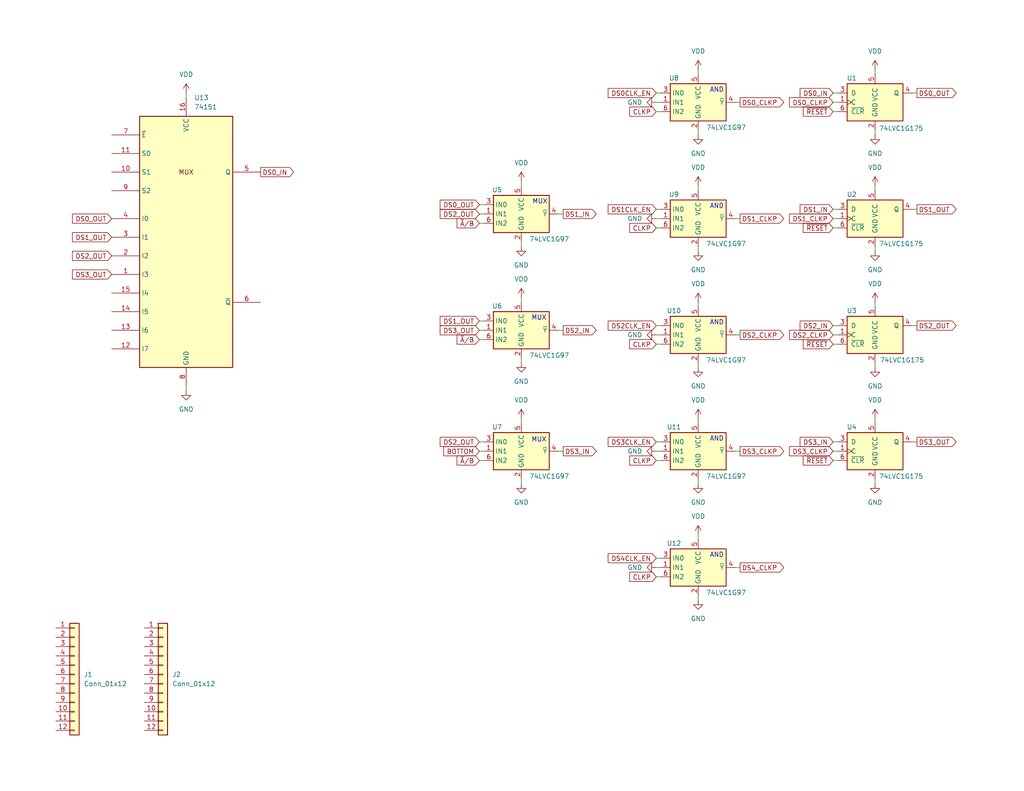
<source format=kicad_sch>
(kicad_sch (version 20231120) (generator "eeschema") (generator_version "8.0")
  (paper "USLetter")
  (lib_symbols
    (symbol "74LVC1G175_1" (pin_names (offset 1.016))
      (property "Reference" "U4" (at -6.35 6.604 0))
      (property "Value" "74LVC1G175" (at 7.112 -6.858 0))
      (symbol "74LVC1G175_1_0_1"
        (rectangle (start -7.62 5.08) (end 7.62 -5.08) (stroke (width 0.254)) (fill (type background)))
      )
      (symbol "74LVC1G175_1_1_1"
        (pin input clock (at -10.16 0 0) (length 2.54) (name "C") (number "1"))
        (pin power_in line (at 0 -7.62 90) (length 2.54) (name "GND") (number "2"))
        (pin input line (at -10.16 2.54 0) (length 2.54) (name "D") (number "3"))
        (pin output line (at 10.16 2.54 180) (length 2.54) (name "Q") (number "4"))
        (pin power_in line (at 0 7.62 270) (length 2.54) (name "VCC") (number "5"))
        (pin input line (at -10.16 -2.54 0) (length 2.54) (name "~{CLR}") (number "6"))
      )
    )
    (symbol "74LVC1G175_2" (pin_names (offset 1.016))
      (property "Reference" "U1" (at -6.35 6.604 0))
      (property "Value" "74LVC1G175" (at 7.112 -7.874 0))
      (symbol "74LVC1G175_2_0_1"
        (rectangle (start -7.62 5.08) (end 7.62 -5.08) (stroke (width 0.254)) (fill (type background)))
      )
      (symbol "74LVC1G175_2_1_1"
        (pin input clock (at -10.16 0 0) (length 2.54) (name "C") (number "1"))
        (pin power_in line (at 0 -7.62 90) (length 2.54) (name "GND") (number "2"))
        (pin input line (at -10.16 2.54 0) (length 2.54) (name "D") (number "3"))
        (pin output line (at 10.16 2.54 180) (length 2.54) (name "Q") (number "4"))
        (pin power_in line (at 0 7.62 270) (length 2.54) (name "VCC") (number "5"))
        (pin input line (at -10.16 -2.54 0) (length 2.54) (name "~{CLR}") (number "6"))
      )
    )
    (symbol "74LVC1G98_1"
      (property "Reference" "U5" (at -6.604 6.604 0))
      (property "Value" "74LVC1G97" (at 7.62 -6.858 0))
      (symbol "74LVC1G98_1_0_1"
        (rectangle (start -7.62 5.08) (end 7.62 -5.08) (stroke (width 0.254)) (fill (type background)))
      )
      (symbol "74LVC1G98_1_1_1"
        (pin input line (at -10.16 0 0) (length 2.54) (name "IN1") (number "1"))
        (pin power_in line (at 0 -7.62 90) (length 2.54) (name "GND") (number "2"))
        (pin input line (at -10.16 2.54 0) (length 2.54) (name "IN0") (number "3"))
        (pin output line (at 10.16 0 180) (length 2.54) (name "~{Y}") (number "4"))
        (pin power_in line (at 0 7.62 270) (length 2.54) (name "VCC") (number "5"))
        (pin input line (at -10.16 -2.54 0) (length 2.54) (name "IN2") (number "6"))
      )
    )
    (symbol "74xx_IEEE:74151"
      (property "Reference" "U" (at 10.16 35.56 0))
      (property "Value" "74151" (at 17.78 -40.64 0))
      (symbol "74151_0_0"
        (rectangle (start -12.7 33.02) (end 12.7 -35.56) (stroke (width 0.254)) (fill (type background)))
        (text "MUX" (at 0 17.78 0) (effects (font (size 1.27 1.27))))
        (pin power_in line (at 0 38.1 270) (length 5.08) (name "VCC") (number "16"))
        (pin power_in line (at 0 -40.64 90) (length 5.08) (name "GND") (number "8"))
      )
      (symbol "74151_1_1"
        (pin input line (at -20.32 -10.16 0) (length 7.62) (name "I3") (number "1"))
        (pin input line (at -20.32 17.78 0) (length 7.62) (name "S1") (number "10"))
        (pin input line (at -20.32 22.86 0) (length 7.62) (name "S0") (number "11"))
        (pin input line (at -20.32 -30.48 0) (length 7.62) (name "I7") (number "12"))
        (pin input line (at -20.32 -25.4 0) (length 7.62) (name "I6") (number "13"))
        (pin input line (at -20.32 -20.32 0) (length 7.62) (name "I5") (number "14"))
        (pin input line (at -20.32 -15.24 0) (length 7.62) (name "I4") (number "15"))
        (pin input line (at -20.32 -5.08 0) (length 7.62) (name "I2") (number "2"))
        (pin input line (at -20.32 0 0) (length 7.62) (name "I1") (number "3"))
        (pin input line (at -20.32 5.08 0) (length 7.62) (name "I0") (number "4"))
        (pin output line (at 20.32 17.78 180) (length 7.62) (name "Q") (number "5"))
        (pin output line (at 20.32 -17.78 180) (length 7.62) (name "~{Q}") (number "6"))
        (pin input line (at -20.32 27.94 0) (length 7.62) (name "~{E}") (number "7"))
        (pin input line (at -20.32 12.7 0) (length 7.62) (name "S2") (number "9"))
      )
    )
    (symbol "Connector_Generic:Conn_01x12" (pin_names (offset 1.016) hide)
      (property "Reference" "J" (at 0 15.24 0))
      (property "Value" "Conn_01x12" (at 0 -17.78 0))
      (symbol "Conn_01x12_1_1"
        (rectangle (start -1.27 -15.113) (end 0 -15.367) (stroke (width 0.1524)))
        (rectangle (start -1.27 -12.573) (end 0 -12.827) (stroke (width 0.1524)))
        (rectangle (start -1.27 -10.033) (end 0 -10.287) (stroke (width 0.1524)))
        (rectangle (start -1.27 -7.493) (end 0 -7.747) (stroke (width 0.1524)))
        (rectangle (start -1.27 -4.953) (end 0 -5.207) (stroke (width 0.1524)))
        (rectangle (start -1.27 -2.413) (end 0 -2.667) (stroke (width 0.1524)))
        (rectangle (start -1.27 0.127) (end 0 -0.127) (stroke (width 0.1524)))
        (rectangle (start -1.27 2.667) (end 0 2.413) (stroke (width 0.1524)))
        (rectangle (start -1.27 5.207) (end 0 4.953) (stroke (width 0.1524)))
        (rectangle (start -1.27 7.747) (end 0 7.493) (stroke (width 0.1524)))
        (rectangle (start -1.27 10.287) (end 0 10.033) (stroke (width 0.1524)))
        (rectangle (start -1.27 12.827) (end 0 12.573) (stroke (width 0.1524)))
        (rectangle (start -1.27 13.97) (end 1.27 -16.51) (stroke (width 0.254)) (fill (type background)))
        (pin passive line (at -5.08 12.7 0) (length 3.81) (name "Pin_1") (number "1"))
        (pin passive line (at -5.08 -10.16 0) (length 3.81) (name "Pin_10") (number "10"))
        (pin passive line (at -5.08 -12.7 0) (length 3.81) (name "Pin_11") (number "11"))
        (pin passive line (at -5.08 -15.24 0) (length 3.81) (name "Pin_12") (number "12"))
        (pin passive line (at -5.08 10.16 0) (length 3.81) (name "Pin_2") (number "2"))
        (pin passive line (at -5.08 7.62 0) (length 3.81) (name "Pin_3") (number "3"))
        (pin passive line (at -5.08 5.08 0) (length 3.81) (name "Pin_4") (number "4"))
        (pin passive line (at -5.08 2.54 0) (length 3.81) (name "Pin_5") (number "5"))
        (pin passive line (at -5.08 0 0) (length 3.81) (name "Pin_6") (number "6"))
        (pin passive line (at -5.08 -2.54 0) (length 3.81) (name "Pin_7") (number "7"))
        (pin passive line (at -5.08 -5.08 0) (length 3.81) (name "Pin_8") (number "8"))
        (pin passive line (at -5.08 -7.62 0) (length 3.81) (name "Pin_9") (number "9"))
      )
    )
    (symbol "power:GND" (power) (pin_names (offset 0))
      (property "Value" "GND" (at 0 -3.81 0))
      (symbol "GND_0_1"
        (polyline (pts (xy 0 0) (xy 0 -1.27) (xy 1.27 -1.27) (xy 0 -2.54) (xy -1.27 -1.27) (xy 0 -1.27)))
      )
      (symbol "GND_1_1"
        (pin power_in line (at 0 0 270) (length 0) hide (name "GND") (number "1"))
      )
    )
    (symbol "power:VDD" (power) (pin_names (offset 0))
      (property "Value" "VDD" (at 0 3.81 0))
      (symbol "VDD_0_1"
        (polyline (pts (xy -0.762 1.27) (xy 0 2.54)))
        (polyline (pts (xy 0 0) (xy 0 2.54)))
        (polyline (pts (xy 0 2.54) (xy 0.762 1.27)))
      )
      (symbol "VDD_1_1"
        (pin power_in line (at 0 0 90) (length 0) hide (name "VDD") (number "1"))
      )
    )
  )
  (wire (pts (xy 227.33 27.94) (xy 228.6 27.94)))
  (wire (pts (xy 153.67 58.42) (xy 152.4 58.42)))
  (wire (pts (xy 50.8 25.4) (xy 50.8 26.67)))
  (wire (pts (xy 179.07 57.15) (xy 180.34 57.15)))
  (wire (pts (xy 227.33 57.15) (xy 228.6 57.15)))
  (wire (pts (xy 179.07 154.94) (xy 180.34 154.94)))
  (wire (pts (xy 130.81 55.88) (xy 132.08 55.88)))
  (wire (pts (xy 201.93 27.94) (xy 200.66 27.94)))
  (wire (pts (xy 179.07 123.19) (xy 180.34 123.19)))
  (wire (pts (xy 190.5 35.56) (xy 190.5 36.83)))
  (wire (pts (xy 50.8 105.41) (xy 50.8 106.68)))
  (wire (pts (xy 190.5 146.05) (xy 190.5 147.32)))
  (wire (pts (xy 227.33 62.23) (xy 228.6 62.23)))
  (wire (pts (xy 238.76 67.31) (xy 238.76 68.58)))
  (wire (pts (xy 201.93 91.44) (xy 200.66 91.44)))
  (wire (pts (xy 227.33 91.44) (xy 228.6 91.44)))
  (wire (pts (xy 130.81 92.71) (xy 132.08 92.71)))
  (wire (pts (xy 142.24 49.53) (xy 142.24 50.8)))
  (wire (pts (xy 248.92 120.65) (xy 250.19 120.65)))
  (wire (pts (xy 227.33 125.73) (xy 228.6 125.73)))
  (wire (pts (xy 179.07 91.44) (xy 180.34 91.44)))
  (wire (pts (xy 190.5 162.56) (xy 190.5 163.83)))
  (wire (pts (xy 227.33 120.65) (xy 228.6 120.65)))
  (wire (pts (xy 227.33 88.9) (xy 228.6 88.9)))
  (wire (pts (xy 190.5 50.8) (xy 190.5 52.07)))
  (wire (pts (xy 130.81 60.96) (xy 132.08 60.96)))
  (wire (pts (xy 238.76 130.81) (xy 238.76 132.08)))
  (wire (pts (xy 179.07 30.48) (xy 180.34 30.48)))
  (wire (pts (xy 179.07 125.73) (xy 180.34 125.73)))
  (wire (pts (xy 130.81 120.65) (xy 132.08 120.65)))
  (wire (pts (xy 142.24 97.79) (xy 142.24 99.06)))
  (wire (pts (xy 130.81 90.17) (xy 132.08 90.17)))
  (wire (pts (xy 190.5 130.81) (xy 190.5 132.08)))
  (wire (pts (xy 190.5 114.3) (xy 190.5 115.57)))
  (wire (pts (xy 201.93 154.94) (xy 200.66 154.94)))
  (wire (pts (xy 227.33 30.48) (xy 228.6 30.48)))
  (wire (pts (xy 227.33 59.69) (xy 228.6 59.69)))
  (wire (pts (xy 179.07 88.9) (xy 180.34 88.9)))
  (wire (pts (xy 130.81 123.19) (xy 132.08 123.19)))
  (wire (pts (xy 153.67 123.19) (xy 152.4 123.19)))
  (wire (pts (xy 130.81 125.73) (xy 132.08 125.73)))
  (wire (pts (xy 201.93 123.19) (xy 200.66 123.19)))
  (wire (pts (xy 179.07 157.48) (xy 180.34 157.48)))
  (wire (pts (xy 142.24 66.04) (xy 142.24 67.31)))
  (wire (pts (xy 153.67 90.17) (xy 152.4 90.17)))
  (wire (pts (xy 130.81 87.63) (xy 132.08 87.63)))
  (wire (pts (xy 179.07 27.94) (xy 180.34 27.94)))
  (wire (pts (xy 179.07 152.4) (xy 180.34 152.4)))
  (wire (pts (xy 179.07 93.98) (xy 180.34 93.98)))
  (wire (pts (xy 179.07 120.65) (xy 180.34 120.65)))
  (wire (pts (xy 248.92 25.4) (xy 250.19 25.4)))
  (wire (pts (xy 142.24 130.81) (xy 142.24 132.08)))
  (wire (pts (xy 190.5 82.55) (xy 190.5 83.82)))
  (wire (pts (xy 142.24 81.28) (xy 142.24 82.55)))
  (wire (pts (xy 201.93 59.69) (xy 200.66 59.69)))
  (wire (pts (xy 179.07 59.69) (xy 180.34 59.69)))
  (wire (pts (xy 130.81 58.42) (xy 132.08 58.42)))
  (wire (pts (xy 238.76 82.55) (xy 238.76 83.82)))
  (wire (pts (xy 227.33 123.19) (xy 228.6 123.19)))
  (wire (pts (xy 238.76 50.8) (xy 238.76 52.07)))
  (wire (pts (xy 179.07 25.4) (xy 180.34 25.4)))
  (wire (pts (xy 227.33 93.98) (xy 228.6 93.98)))
  (wire (pts (xy 248.92 57.15) (xy 250.19 57.15)))
  (wire (pts (xy 227.33 25.4) (xy 228.6 25.4)))
  (wire (pts (xy 248.92 88.9) (xy 250.19 88.9)))
  (wire (pts (xy 190.5 19.05) (xy 190.5 20.32)))
  (wire (pts (xy 238.76 36.83) (xy 238.76 35.56)))
  (wire (pts (xy 190.5 67.31) (xy 190.5 68.58)))
  (wire (pts (xy 238.76 99.06) (xy 238.76 100.33)))
  (wire (pts (xy 179.07 62.23) (xy 180.34 62.23)))
  (wire (pts (xy 238.76 114.3) (xy 238.76 115.57)))
  (wire (pts (xy 238.76 19.05) (xy 238.76 20.32)))
  (wire (pts (xy 142.24 114.3) (xy 142.24 115.57)))
  (wire (pts (xy 190.5 99.06) (xy 190.5 100.33)))
  (text "MUX" (at 147.066 86.868 0) (effects (font (size 1.27 1.27))))
  (text "AND" (at 195.58 119.888 0) (effects (font (size 1.27 1.27))))
  (text "AND" (at 195.58 88.138 0) (effects (font (size 1.27 1.27))))
  (text "MUX" (at 147.32 55.118 0) (effects (font (size 1.27 1.27))))
  (text "AND" (at 195.58 56.388 0) (effects (font (size 1.27 1.27))))
  (text "MUX" (at 147.066 120.142 0) (effects (font (size 1.27 1.27))))
  (text "AND" (at 195.58 151.638 0) (effects (font (size 1.27 1.27))))
  (text "AND" (at 195.58 24.638 0) (effects (font (size 1.27 1.27))))
  (global_label "DS1_IN" (shape output) (at 153.67 58.42 0) (property "Intersheetrefs" "${INTERSHEET_REFS}" (effects (hide yes))))
  (global_label "~{RESET}" (shape input) (at 227.33 93.98 180) (property "Intersheetrefs" "${INTERSHEET_REFS}" (effects (hide yes))))
  (global_label "DS2_IN" (shape input) (at 227.33 88.9 180) (property "Intersheetrefs" "${INTERSHEET_REFS}" (effects (hide yes))))
  (global_label "DS2_CLKP" (shape input) (at 227.33 91.44 180) (property "Intersheetrefs" "${INTERSHEET_REFS}" (effects (hide yes))))
  (global_label "DS3_IN" (shape input) (at 227.33 120.65 180) (property "Intersheetrefs" "${INTERSHEET_REFS}" (effects (hide yes))))
  (global_label "DS3_OUT" (shape output) (at 250.19 120.65 0) (property "Intersheetrefs" "${INTERSHEET_REFS}" (effects (hide yes))))
  (global_label "DS2_OUT" (shape input) (at 30.48 69.85 180) (property "Intersheetrefs" "${INTERSHEET_REFS}" (effects (hide yes))))
  (global_label "DS1_CLKP" (shape input) (at 227.33 59.69 180) (property "Intersheetrefs" "${INTERSHEET_REFS}" (effects (hide yes))))
  (global_label "DS4CLK_EN" (shape input) (at 179.07 152.4 180) (property "Intersheetrefs" "${INTERSHEET_REFS}" (effects (hide yes))))
  (global_label "DS3_CLKP" (shape input) (at 227.33 123.19 180) (property "Intersheetrefs" "${INTERSHEET_REFS}" (effects (hide yes))))
  (global_label "DS2CLK_EN" (shape input) (at 179.07 88.9 180) (property "Intersheetrefs" "${INTERSHEET_REFS}" (effects (hide yes))))
  (global_label "CLKP" (shape input) (at 179.07 30.48 180) (property "Intersheetrefs" "${INTERSHEET_REFS}" (effects (hide yes))))
  (global_label "CLKP" (shape input) (at 179.07 125.73 180) (property "Intersheetrefs" "${INTERSHEET_REFS}" (effects (hide yes))))
  (global_label "DS1_IN" (shape input) (at 227.33 57.15 180) (property "Intersheetrefs" "${INTERSHEET_REFS}" (effects (hide yes))))
  (global_label "DS2_OUT" (shape input) (at 130.81 120.65 180) (property "Intersheetrefs" "${INTERSHEET_REFS}" (effects (hide yes))))
  (global_label "DS0CLK_EN" (shape input) (at 179.07 25.4 180) (property "Intersheetrefs" "${INTERSHEET_REFS}" (effects (hide yes))))
  (global_label "DS1_CLKP" (shape output) (at 201.93 59.69 0) (property "Intersheetrefs" "${INTERSHEET_REFS}" (effects (hide yes))))
  (global_label "~{A}{slash}B" (shape input) (at 130.81 60.96 180) (property "Intersheetrefs" "${INTERSHEET_REFS}" (effects (hide yes))))
  (global_label "~{RESET}" (shape input) (at 227.33 62.23 180) (property "Intersheetrefs" "${INTERSHEET_REFS}" (effects (hide yes))))
  (global_label "DS1_OUT" (shape output) (at 250.19 57.15 0) (property "Intersheetrefs" "${INTERSHEET_REFS}" (effects (hide yes))))
  (global_label "DS3_OUT" (shape input) (at 30.48 74.93 180) (property "Intersheetrefs" "${INTERSHEET_REFS}" (effects (hide yes))))
  (global_label "DS1_OUT" (shape input) (at 30.48 64.77 180) (property "Intersheetrefs" "${INTERSHEET_REFS}" (effects (hide yes))))
  (global_label "CLKP" (shape input) (at 179.07 93.98 180) (property "Intersheetrefs" "${INTERSHEET_REFS}" (effects (hide yes))))
  (global_label "DS1CLK_EN" (shape input) (at 179.07 57.15 180) (property "Intersheetrefs" "${INTERSHEET_REFS}" (effects (hide yes))))
  (global_label "BOTTOM" (shape input) (at 130.81 123.19 180) (property "Intersheetrefs" "${INTERSHEET_REFS}" (effects (hide yes))))
  (global_label "DS4_CLKP" (shape output) (at 201.93 154.94 0) (property "Intersheetrefs" "${INTERSHEET_REFS}" (effects (hide yes))))
  (global_label "DS2_CLKP" (shape output) (at 201.93 91.44 0) (property "Intersheetrefs" "${INTERSHEET_REFS}" (effects (hide yes))))
  (global_label "CLKP" (shape input) (at 179.07 157.48 180) (property "Intersheetrefs" "${INTERSHEET_REFS}" (effects (hide yes))))
  (global_label "DS2_IN" (shape output) (at 153.67 90.17 0) (property "Intersheetrefs" "${INTERSHEET_REFS}" (effects (hide yes))))
  (global_label "DS3_CLKP" (shape output) (at 201.93 123.19 0) (property "Intersheetrefs" "${INTERSHEET_REFS}" (effects (hide yes))))
  (global_label "DS0_CLKP" (shape input) (at 227.33 27.94 180) (property "Intersheetrefs" "${INTERSHEET_REFS}" (effects (hide yes))))
  (global_label "DS2_OUT" (shape input) (at 130.81 58.42 180) (property "Intersheetrefs" "${INTERSHEET_REFS}" (effects (hide yes))))
  (global_label "~{A}{slash}B" (shape input) (at 130.81 92.71 180) (property "Intersheetrefs" "${INTERSHEET_REFS}" (effects (hide yes))))
  (global_label "DS0_IN" (shape input) (at 227.33 25.4 180) (property "Intersheetrefs" "${INTERSHEET_REFS}" (effects (hide yes))))
  (global_label "DS0_CLKP" (shape output) (at 201.93 27.94 0) (property "Intersheetrefs" "${INTERSHEET_REFS}" (effects (hide yes))))
  (global_label "DS0_OUT" (shape input) (at 30.48 59.69 180) (property "Intersheetrefs" "${INTERSHEET_REFS}" (effects (hide yes))))
  (global_label "~{A}{slash}B" (shape input) (at 130.81 125.73 180) (property "Intersheetrefs" "${INTERSHEET_REFS}" (effects (hide yes))))
  (global_label "DS1_OUT" (shape input) (at 130.81 87.63 180) (property "Intersheetrefs" "${INTERSHEET_REFS}" (effects (hide yes))))
  (global_label "DS0_IN" (shape output) (at 71.12 46.99 0) (property "Intersheetrefs" "${INTERSHEET_REFS}" (effects (hide yes))))
  (global_label "DS0_OUT" (shape output) (at 250.19 25.4 0) (property "Intersheetrefs" "${INTERSHEET_REFS}" (effects (hide yes))))
  (global_label "DS2_OUT" (shape output) (at 250.19 88.9 0) (property "Intersheetrefs" "${INTERSHEET_REFS}" (effects (hide yes))))
  (global_label "~{RESET}" (shape input) (at 227.33 125.73 180) (property "Intersheetrefs" "${INTERSHEET_REFS}" (effects (hide yes))))
  (global_label "DS3CLK_EN" (shape input) (at 179.07 120.65 180) (property "Intersheetrefs" "${INTERSHEET_REFS}" (effects (hide yes))))
  (global_label "CLKP" (shape input) (at 179.07 62.23 180) (property "Intersheetrefs" "${INTERSHEET_REFS}" (effects (hide yes))))
  (global_label "~{RESET}" (shape input) (at 227.33 30.48 180) (property "Intersheetrefs" "${INTERSHEET_REFS}" (effects (hide yes))))
  (global_label "DS3_OUT" (shape input) (at 130.81 90.17 180) (property "Intersheetrefs" "${INTERSHEET_REFS}" (effects (hide yes))))
  (global_label "DS0_OUT" (shape input) (at 130.81 55.88 180) (property "Intersheetrefs" "${INTERSHEET_REFS}" (effects (hide yes))))
  (global_label "DS3_IN" (shape output) (at 153.67 123.19 0) (property "Intersheetrefs" "${INTERSHEET_REFS}" (effects (hide yes))))
  (symbol (lib_id "power:GND") (at 179.07 27.94 270) (unit 1)
    (property "Reference" "#PWR017" (effects (hide yes)))
    (property "Value" "GND" (at 175.26 27.9399 90) (effects (justify right)))
    (property "Description" "Power symbol creates a global label with name \"GND\" , ground" (effects (hide yes)))
  )
  (symbol (lib_name "74LVC1G175_2") (lib_id "74xGxx:74LVC1G175") (at 238.76 59.69 0) (unit 1)
    (property "Reference" "U2" (at 232.41 53.086 0))
    (property "Value" "74LVC1G175" (at 245.872 66.548 0))
    (property "Footprint" "Package_TO_SOT_SMD:SOT-23-6_Handsoldering" (effects (hide yes)))
    (property "Datasheet" "https://www.ti.com/lit/gpn/sn74lvc1g175" (effects (hide yes)))
    (property "Description" "Single D Flip-Flop, Asynchronous Clear, Low-Voltage CMOS" (effects (hide yes)))
  )
  (symbol (lib_id "power:GND") (at 190.5 68.58 0) (unit 1)
    (property "Reference" "#PWR020" (effects (hide yes)))
    (property "Value" "GND" (at 190.5 73.66 0))
    (property "Description" "Power symbol creates a global label with name \"GND\" , ground" (effects (hide yes)))
  )
  (symbol (lib_id "power:VDD") (at 190.5 82.55 0) (unit 1)
    (property "Reference" "#PWR022" (effects (hide yes)))
    (property "Value" "VDD" (at 190.5 77.47 0))
    (property "Description" "Power symbol creates a global label with name \"VDD\"" (effects (hide yes)))
  )
  (symbol (lib_name "74LVC1G98_1") (lib_id "74xGxx:74LVC1G98") (at 190.5 59.69 0) (unit 1)
    (property "Reference" "U9" (at 183.896 53.086 0))
    (property "Value" "74LVC1G97" (at 198.12 66.548 0))
    (property "Footprint" "Package_TO_SOT_SMD:SOT-23-6_Handsoldering" (effects (hide yes)))
    (property "Datasheet" "https://www.ti.com/lit/gpn/sn74lvc1g97" (effects (hide yes)))
    (property "Description" "Configurable Multi-Function Single Gate, Low-Voltage CMOS" (effects (hide yes)))
  )
  (symbol (lib_id "power:GND") (at 238.76 132.08 0) (unit 1)
    (property "Reference" "#PWR08" (effects (hide yes)))
    (property "Value" "GND" (at 238.76 137.16 0))
    (property "Description" "Power symbol creates a global label with name \"GND\" , ground" (effects (hide yes)))
  )
  (symbol (lib_id "74xx_IEEE:74151") (at 50.8 64.77 0) (unit 1)
    (property "Reference" "U13" (at 52.9941 26.67 0) (effects (justify left)))
    (property "Value" "74151" (at 52.9941 29.21 0) (effects (justify left)))
    (property "Footprint" "Package_SO:SOIC-16_3.9x9.9mm_P1.27mm" (effects (hide yes)))
  )
  (symbol (lib_id "power:GND") (at 238.76 36.83 0) (unit 1)
    (property "Reference" "#PWR01" (effects (hide yes)))
    (property "Value" "GND" (at 238.76 41.91 0))
    (property "Description" "Power symbol creates a global label with name \"GND\" , ground" (effects (hide yes)))
  )
  (symbol (lib_id "power:VDD") (at 190.5 19.05 0) (unit 1)
    (property "Reference" "#PWR015" (effects (hide yes)))
    (property "Value" "VDD" (at 190.5 13.97 0))
    (property "Description" "Power symbol creates a global label with name \"VDD\"" (effects (hide yes)))
  )
  (symbol (lib_name "74LVC1G98_1") (lib_id "74xGxx:74LVC1G98") (at 190.5 91.44 0) (unit 1)
    (property "Reference" "U10" (at 183.896 84.836 0))
    (property "Value" "74LVC1G97" (at 198.12 98.298 0))
    (property "Footprint" "Package_TO_SOT_SMD:SOT-23-6_Handsoldering" (effects (hide yes)))
    (property "Datasheet" "https://www.ti.com/lit/gpn/sn74lvc1g97" (effects (hide yes)))
    (property "Description" "Configurable Multi-Function Single Gate, Low-Voltage CMOS" (effects (hide yes)))
  )
  (symbol (lib_id "power:VDD") (at 142.24 81.28 0) (unit 1)
    (property "Reference" "#PWR011" (effects (hide yes)))
    (property "Value" "VDD" (at 142.24 76.2 0))
    (property "Description" "Power symbol creates a global label with name \"VDD\"" (effects (hide yes)))
  )
  (symbol (lib_id "Connector_Generic:Conn_01x12") (at 44.45 184.15 0) (unit 1)
    (property "Reference" "J2" (at 46.99 184.1499 0) (effects (justify left)))
    (property "Value" "Conn_01x12" (at 46.99 186.6899 0) (effects (justify left)))
    (property "Footprint" "Connector_PinHeader_2.54mm:PinHeader_1x12_P2.54mm_Vertical" (effects (hide yes)))
    (property "Description" "Generic connector, single row, 01x12, script generated (kicad-library-utils/schlib/autogen/connector/)" (effects (hide yes)))
  )
  (symbol (lib_name "74LVC1G98_1") (lib_id "74xGxx:74LVC1G98") (at 190.5 154.94 0) (unit 1)
    (property "Reference" "U12" (at 183.896 148.336 0))
    (property "Value" "74LVC1G97" (at 198.12 161.798 0))
    (property "Footprint" "Package_TO_SOT_SMD:SOT-23-6_Handsoldering" (effects (hide yes)))
    (property "Datasheet" "https://www.ti.com/lit/gpn/sn74lvc1g97" (effects (hide yes)))
    (property "Description" "Configurable Multi-Function Single Gate, Low-Voltage CMOS" (effects (hide yes)))
  )
  (symbol (lib_id "power:GND") (at 238.76 68.58 0) (unit 1)
    (property "Reference" "#PWR04" (effects (hide yes)))
    (property "Value" "GND" (at 238.76 73.66 0))
    (property "Description" "Power symbol creates a global label with name \"GND\" , ground" (effects (hide yes)))
  )
  (symbol (lib_id "power:VDD") (at 50.8 25.4 0) (unit 1)
    (property "Reference" "#PWR030" (effects (hide yes)))
    (property "Value" "VDD" (at 50.8 20.32 0))
    (property "Description" "Power symbol creates a global label with name \"VDD\"" (effects (hide yes)))
  )
  (symbol (lib_id "power:GND") (at 238.76 100.33 0) (unit 1)
    (property "Reference" "#PWR06" (effects (hide yes)))
    (property "Value" "GND" (at 238.76 105.41 0))
    (property "Description" "Power symbol creates a global label with name \"GND\" , ground" (effects (hide yes)))
  )
  (symbol (lib_name "74LVC1G98_1") (lib_id "74xGxx:74LVC1G98") (at 142.24 123.19 0) (unit 1)
    (property "Reference" "U7" (at 135.636 116.586 0))
    (property "Value" "74LVC1G97" (at 149.86 130.048 0))
    (property "Footprint" "Package_TO_SOT_SMD:SOT-23-6_Handsoldering" (effects (hide yes)))
    (property "Datasheet" "https://www.ti.com/lit/gpn/sn74lvc1g97" (effects (hide yes)))
    (property "Description" "Configurable Multi-Function Single Gate, Low-Voltage CMOS" (effects (hide yes)))
  )
  (symbol (lib_id "power:GND") (at 142.24 67.31 0) (unit 1)
    (property "Reference" "#PWR010" (effects (hide yes)))
    (property "Value" "GND" (at 142.24 72.39 0))
    (property "Description" "Power symbol creates a global label with name \"GND\" , ground" (effects (hide yes)))
  )
  (symbol (lib_id "power:GND") (at 190.5 163.83 0) (unit 1)
    (property "Reference" "#PWR029" (effects (hide yes)))
    (property "Value" "GND" (at 190.5 168.91 0))
    (property "Description" "Power symbol creates a global label with name \"GND\" , ground" (effects (hide yes)))
  )
  (symbol (lib_id "power:VDD") (at 142.24 114.3 0) (unit 1)
    (property "Reference" "#PWR013" (effects (hide yes)))
    (property "Value" "VDD" (at 142.24 109.22 0))
    (property "Description" "Power symbol creates a global label with name \"VDD\"" (effects (hide yes)))
  )
  (symbol (lib_id "power:GND") (at 142.24 99.06 0) (unit 1)
    (property "Reference" "#PWR012" (effects (hide yes)))
    (property "Value" "GND" (at 142.24 104.14 0))
    (property "Description" "Power symbol creates a global label with name \"GND\" , ground" (effects (hide yes)))
  )
  (symbol (lib_name "74LVC1G98_1") (lib_id "74xGxx:74LVC1G98") (at 142.24 58.42 0) (unit 1)
    (property "Reference" "U5" (at 135.636 51.816 0))
    (property "Value" "74LVC1G97" (at 149.86 65.278 0))
    (property "Footprint" "Package_TO_SOT_SMD:SOT-23-6_Handsoldering" (effects (hide yes)))
    (property "Datasheet" "https://www.ti.com/lit/gpn/sn74lvc1g97" (effects (hide yes)))
    (property "Description" "Configurable Multi-Function Single Gate, Low-Voltage CMOS" (effects (hide yes)))
  )
  (symbol (lib_id "power:VDD") (at 142.24 49.53 0) (unit 1)
    (property "Reference" "#PWR09" (effects (hide yes)))
    (property "Value" "VDD" (at 142.24 44.45 0))
    (property "Description" "Power symbol creates a global label with name \"VDD\"" (effects (hide yes)))
  )
  (symbol (lib_id "power:GND") (at 50.8 106.68 0) (unit 1)
    (property "Reference" "#PWR031" (effects (hide yes)))
    (property "Value" "GND" (at 50.8 111.76 0))
    (property "Description" "Power symbol creates a global label with name \"GND\" , ground" (effects (hide yes)))
  )
  (symbol (lib_id "power:GND") (at 179.07 91.44 270) (unit 1)
    (property "Reference" "#PWR021" (effects (hide yes)))
    (property "Value" "GND" (at 175.26 91.4399 90) (effects (justify right)))
    (property "Description" "Power symbol creates a global label with name \"GND\" , ground" (effects (hide yes)))
  )
  (symbol (lib_id "power:VDD") (at 238.76 114.3 0) (unit 1)
    (property "Reference" "#PWR07" (effects (hide yes)))
    (property "Value" "VDD" (at 238.76 109.22 0))
    (property "Description" "Power symbol creates a global label with name \"VDD\"" (effects (hide yes)))
  )
  (symbol (lib_id "power:GND") (at 190.5 132.08 0) (unit 1)
    (property "Reference" "#PWR026" (effects (hide yes)))
    (property "Value" "GND" (at 190.5 137.16 0))
    (property "Description" "Power symbol creates a global label with name \"GND\" , ground" (effects (hide yes)))
  )
  (symbol (lib_name "74LVC1G175_1") (lib_id "74xGxx:74LVC1G175") (at 238.76 123.19 0) (unit 1)
    (property "Reference" "U4" (at 232.41 116.586 0))
    (property "Value" "74LVC1G175" (at 245.872 130.048 0))
    (property "Footprint" "Package_TO_SOT_SMD:SOT-23-6_Handsoldering" (effects (hide yes)))
    (property "Datasheet" "https://www.ti.com/lit/gpn/sn74lvc1g175" (effects (hide yes)))
    (property "Description" "Single D Flip-Flop, Asynchronous Clear, Low-Voltage CMOS" (effects (hide yes)))
  )
  (symbol (lib_id "power:VDD") (at 190.5 114.3 0) (unit 1)
    (property "Reference" "#PWR025" (effects (hide yes)))
    (property "Value" "VDD" (at 190.5 109.22 0))
    (property "Description" "Power symbol creates a global label with name \"VDD\"" (effects (hide yes)))
  )
  (symbol (lib_id "power:GND") (at 179.07 59.69 270) (unit 1)
    (property "Reference" "#PWR018" (effects (hide yes)))
    (property "Value" "GND" (at 175.26 59.6899 90) (effects (justify right)))
    (property "Description" "Power symbol creates a global label with name \"GND\" , ground" (effects (hide yes)))
  )
  (symbol (lib_id "Connector_Generic:Conn_01x12") (at 20.32 184.15 0) (unit 1)
    (property "Reference" "J1" (at 22.86 184.1499 0) (effects (justify left)))
    (property "Value" "Conn_01x12" (at 22.86 186.6899 0) (effects (justify left)))
    (property "Footprint" "Connector_PinHeader_2.54mm:PinHeader_1x12_P2.54mm_Vertical" (effects (hide yes)))
    (property "Description" "Generic connector, single row, 01x12, script generated (kicad-library-utils/schlib/autogen/connector/)" (effects (hide yes)))
  )
  (symbol (lib_id "power:VDD") (at 190.5 50.8 0) (unit 1)
    (property "Reference" "#PWR019" (effects (hide yes)))
    (property "Value" "VDD" (at 190.5 45.72 0))
    (property "Description" "Power symbol creates a global label with name \"VDD\"" (effects (hide yes)))
  )
  (symbol (lib_id "power:GND") (at 179.07 123.19 270) (unit 1)
    (property "Reference" "#PWR024" (effects (hide yes)))
    (property "Value" "GND" (at 175.26 123.1899 90) (effects (justify right)))
    (property "Description" "Power symbol creates a global label with name \"GND\" , ground" (effects (hide yes)))
  )
  (symbol (lib_id "power:GND") (at 190.5 100.33 0) (unit 1)
    (property "Reference" "#PWR023" (effects (hide yes)))
    (property "Value" "GND" (at 190.5 105.41 0))
    (property "Description" "Power symbol creates a global label with name \"GND\" , ground" (effects (hide yes)))
  )
  (symbol (lib_name "74LVC1G98_1") (lib_id "74xGxx:74LVC1G98") (at 190.5 27.94 0) (unit 1)
    (property "Reference" "U8" (at 183.896 21.336 0))
    (property "Value" "74LVC1G97" (at 198.12 34.798 0))
    (property "Footprint" "Package_TO_SOT_SMD:SOT-23-6_Handsoldering" (effects (hide yes)))
    (property "Datasheet" "https://www.ti.com/lit/gpn/sn74lvc1g97" (effects (hide yes)))
    (property "Description" "Configurable Multi-Function Single Gate, Low-Voltage CMOS" (effects (hide yes)))
  )
  (symbol (lib_name "74LVC1G98_1") (lib_id "74xGxx:74LVC1G98") (at 190.5 123.19 0) (unit 1)
    (property "Reference" "U11" (at 183.896 116.586 0))
    (property "Value" "74LVC1G97" (at 198.12 130.048 0))
    (property "Footprint" "Package_TO_SOT_SMD:SOT-23-6_Handsoldering" (effects (hide yes)))
    (property "Datasheet" "https://www.ti.com/lit/gpn/sn74lvc1g97" (effects (hide yes)))
    (property "Description" "Configurable Multi-Function Single Gate, Low-Voltage CMOS" (effects (hide yes)))
  )
  (symbol (lib_id "power:VDD") (at 238.76 82.55 0) (unit 1)
    (property "Reference" "#PWR05" (effects (hide yes)))
    (property "Value" "VDD" (at 238.76 77.47 0))
    (property "Description" "Power symbol creates a global label with name \"VDD\"" (effects (hide yes)))
  )
  (symbol (lib_id "power:GND") (at 142.24 132.08 0) (unit 1)
    (property "Reference" "#PWR014" (effects (hide yes)))
    (property "Value" "GND" (at 142.24 137.16 0))
    (property "Description" "Power symbol creates a global label with name \"GND\" , ground" (effects (hide yes)))
  )
  (symbol (lib_name "74LVC1G175_1") (lib_id "74xGxx:74LVC1G175") (at 238.76 91.44 0) (unit 1)
    (property "Reference" "U3" (at 232.41 84.836 0))
    (property "Value" "74LVC1G175" (at 246.126 98.298 0))
    (property "Footprint" "Package_TO_SOT_SMD:SOT-23-6_Handsoldering" (effects (hide yes)))
    (property "Datasheet" "https://www.ti.com/lit/gpn/sn74lvc1g175" (effects (hide yes)))
    (property "Description" "Single D Flip-Flop, Asynchronous Clear, Low-Voltage CMOS" (effects (hide yes)))
  )
  (symbol (lib_id "power:GND") (at 190.5 36.83 0) (unit 1)
    (property "Reference" "#PWR016" (effects (hide yes)))
    (property "Value" "GND" (at 190.5 41.91 0))
    (property "Description" "Power symbol creates a global label with name \"GND\" , ground" (effects (hide yes)))
  )
  (symbol (lib_id "power:VDD") (at 238.76 19.05 0) (unit 1)
    (property "Reference" "#PWR02" (effects (hide yes)))
    (property "Value" "VDD" (at 238.76 13.97 0))
    (property "Description" "Power symbol creates a global label with name \"VDD\"" (effects (hide yes)))
  )
  (symbol (lib_name "74LVC1G98_1") (lib_id "74xGxx:74LVC1G98") (at 142.24 90.17 0) (unit 1)
    (property "Reference" "U6" (at 135.636 83.566 0))
    (property "Value" "74LVC1G97" (at 149.86 97.028 0))
    (property "Footprint" "Package_TO_SOT_SMD:SOT-23-6_Handsoldering" (effects (hide yes)))
    (property "Datasheet" "https://www.ti.com/lit/gpn/sn74lvc1g97" (effects (hide yes)))
    (property "Description" "Configurable Multi-Function Single Gate, Low-Voltage CMOS" (effects (hide yes)))
  )
  (symbol (lib_name "74LVC1G175_2") (lib_id "74xGxx:74LVC1G175") (at 238.76 27.94 0) (unit 1)
    (property "Reference" "U1" (at 232.41 21.336 0))
    (property "Value" "74LVC1G175" (at 245.872 35.052 0))
    (property "Footprint" "Package_TO_SOT_SMD:SOT-23-6_Handsoldering" (effects (hide yes)))
    (property "Datasheet" "https://www.ti.com/lit/gpn/sn74lvc1g175" (effects (hide yes)))
    (property "Description" "Single D Flip-Flop, Asynchronous Clear, Low-Voltage CMOS" (effects (hide yes)))
  )
  (symbol (lib_id "power:VDD") (at 190.5 146.05 0) (unit 1)
    (property "Reference" "#PWR028" (effects (hide yes)))
    (property "Value" "VDD" (at 190.5 140.97 0))
    (property "Description" "Power symbol creates a global label with name \"VDD\"" (effects (hide yes)))
  )
  (symbol (lib_id "power:GND") (at 179.07 154.94 270) (unit 1)
    (property "Reference" "#PWR027" (effects (hide yes)))
    (property "Value" "GND" (at 175.26 154.9399 90) (effects (justify right)))
    (property "Description" "Power symbol creates a global label with name \"GND\" , ground" (effects (hide yes)))
  )
  (symbol (lib_id "power:VDD") (at 238.76 50.8 0) (unit 1)
    (property "Reference" "#PWR03" (effects (hide yes)))
    (property "Value" "VDD" (at 238.76 45.72 0))
    (property "Description" "Power symbol creates a global label with name \"VDD\"" (effects (hide yes)))
  )
)
</source>
